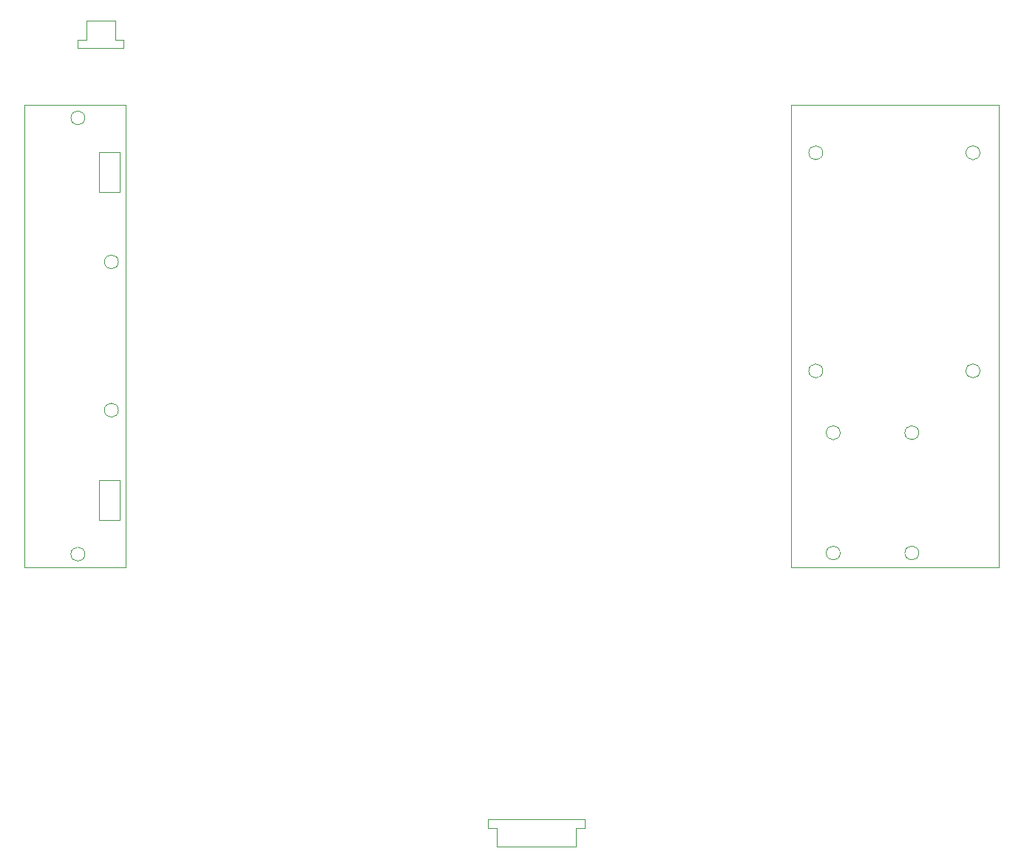
<source format=gbr>
%TF.GenerationSoftware,KiCad,Pcbnew,9.0.3*%
%TF.CreationDate,2025-09-15T23:17:30+03:00*%
%TF.ProjectId,Back,4261636b-2e6b-4696-9361-645f70636258,rev?*%
%TF.SameCoordinates,Original*%
%TF.FileFunction,Other,User*%
%FSLAX46Y46*%
G04 Gerber Fmt 4.6, Leading zero omitted, Abs format (unit mm)*
G04 Created by KiCad (PCBNEW 9.0.3) date 2025-09-15 23:17:30*
%MOMM*%
%LPD*%
G01*
G04 APERTURE LIST*
%ADD10C,0.100000*%
%ADD11C,0.050000*%
G04 APERTURE END LIST*
D10*
X69750000Y-40360000D02*
X69750000Y-42530000D01*
X66500000Y-42530000D02*
X66500000Y-40360000D01*
X112470000Y-131890000D02*
X112470000Y-132880000D01*
D11*
X150800000Y-55495000D02*
G75*
G02*
X149200000Y-55495000I-800000J0D01*
G01*
X149200000Y-55495000D02*
G75*
G02*
X150800000Y-55495000I800000J0D01*
G01*
X161800000Y-87582000D02*
G75*
G02*
X160200000Y-87582000I-800000J0D01*
G01*
X160200000Y-87582000D02*
G75*
G02*
X161800000Y-87582000I800000J0D01*
G01*
X152800000Y-101370000D02*
G75*
G02*
X151200000Y-101370000I-800000J0D01*
G01*
X151200000Y-101370000D02*
G75*
G02*
X152800000Y-101370000I800000J0D01*
G01*
X70960000Y-103000000D02*
X70960192Y-50014554D01*
X150800000Y-80495000D02*
G75*
G02*
X149200000Y-80495000I-800000J0D01*
G01*
X149200000Y-80495000D02*
G75*
G02*
X150800000Y-80495000I800000J0D01*
G01*
D10*
X66500000Y-40360000D02*
X69750000Y-40360000D01*
X70750000Y-43520000D02*
X65500000Y-43520000D01*
X113470000Y-135050000D02*
X122540000Y-135050000D01*
X70750000Y-42530000D02*
X70750000Y-43520000D01*
X147200000Y-50000000D02*
X171000000Y-50000000D01*
X69750000Y-42530000D02*
X70750000Y-42530000D01*
D11*
X66300000Y-101500000D02*
G75*
G02*
X64700000Y-101500000I-800000J0D01*
G01*
X64700000Y-101500000D02*
G75*
G02*
X66300000Y-101500000I800000J0D01*
G01*
D10*
X123540000Y-131890000D02*
X112470000Y-131890000D01*
D11*
X168800000Y-55495000D02*
G75*
G02*
X167200000Y-55495000I-800000J0D01*
G01*
X167200000Y-55495000D02*
G75*
G02*
X168800000Y-55495000I800000J0D01*
G01*
D10*
X123540000Y-132890000D02*
X123540000Y-131890000D01*
X65500000Y-43520000D02*
X65500000Y-42530000D01*
D11*
X152800000Y-87582000D02*
G75*
G02*
X151200000Y-87582000I-800000J0D01*
G01*
X151200000Y-87582000D02*
G75*
G02*
X152800000Y-87582000I800000J0D01*
G01*
X67900000Y-93000000D02*
X70300000Y-93000000D01*
X70300000Y-97580000D01*
X67900000Y-97580000D01*
X67900000Y-93000000D01*
D10*
X122540000Y-132890000D02*
X123540000Y-132890000D01*
D11*
X59400000Y-50000000D02*
X70960192Y-50014554D01*
D10*
X171000000Y-50000000D02*
X171000000Y-103000000D01*
D11*
X67900000Y-55420000D02*
X70300000Y-55420000D01*
X70300000Y-60000000D01*
X67900000Y-60000000D01*
X67900000Y-55420000D01*
D10*
X171000000Y-103000000D02*
X147200000Y-103000000D01*
D11*
X59400000Y-103000000D02*
X70960000Y-103000000D01*
D10*
X122540000Y-135050000D02*
X122540000Y-132890000D01*
D11*
X70142000Y-85000000D02*
G75*
G02*
X68542000Y-85000000I-800000J0D01*
G01*
X68542000Y-85000000D02*
G75*
G02*
X70142000Y-85000000I800000J0D01*
G01*
D10*
X113470000Y-132880000D02*
X113470000Y-135050000D01*
D11*
X66300000Y-51500000D02*
G75*
G02*
X64700000Y-51500000I-800000J0D01*
G01*
X64700000Y-51500000D02*
G75*
G02*
X66300000Y-51500000I800000J0D01*
G01*
X168800000Y-80495000D02*
G75*
G02*
X167200000Y-80495000I-800000J0D01*
G01*
X167200000Y-80495000D02*
G75*
G02*
X168800000Y-80495000I800000J0D01*
G01*
X70142000Y-68000000D02*
G75*
G02*
X68542000Y-68000000I-800000J0D01*
G01*
X68542000Y-68000000D02*
G75*
G02*
X70142000Y-68000000I800000J0D01*
G01*
X59400000Y-50000000D02*
X59400000Y-103000000D01*
D10*
X147200000Y-103000000D02*
X147200000Y-50000000D01*
D11*
X161800000Y-101370000D02*
G75*
G02*
X160200000Y-101370000I-800000J0D01*
G01*
X160200000Y-101370000D02*
G75*
G02*
X161800000Y-101370000I800000J0D01*
G01*
D10*
X65500000Y-42530000D02*
X66500000Y-42530000D01*
X112470000Y-132880000D02*
X113470000Y-132880000D01*
M02*

</source>
